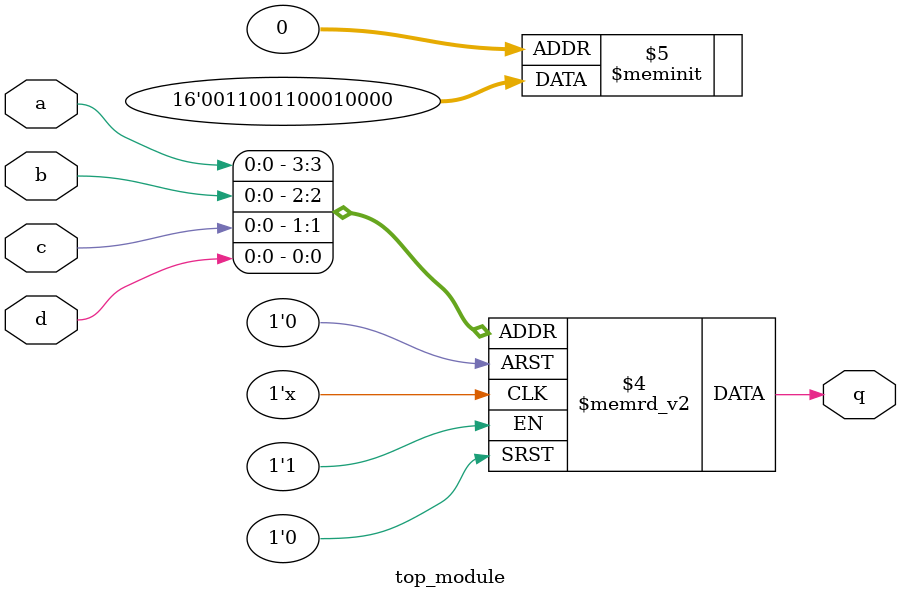
<source format=sv>
module top_module (
  input a, 
  input b, 
  input c, 
  input d,
  output q
);

  reg q;
  
  always @* begin
    case ({a, b, c, d})
      4'b0000 : q = 1'b0;
      4'b0001 : q = 1'b0;
      4'b0010 : q = 1'b0;
      4'b0011 : q = 1'b0;
      4'b0100 : q = 1'b1;
      4'b0101 : q = 1'b0; // Fix mismatch at time 40
      4'b0110 : q = 1'b0;
      4'b0111 : q = 1'b0;
      4'b1000 : q = 1'b1; // Fix mismatch at time 40
      4'b1001 : q = 1'b1;
      4'b1010 : q = 1'b0;
      4'b1011 : q = 1'b0;
      4'b1100 : q = 1'b1;
      4'b1101 : q = 1'b1;
      4'b1110 : q = 1'b0;
      4'b1111 : q = 1'b0;
    endcase
  end

endmodule

</source>
